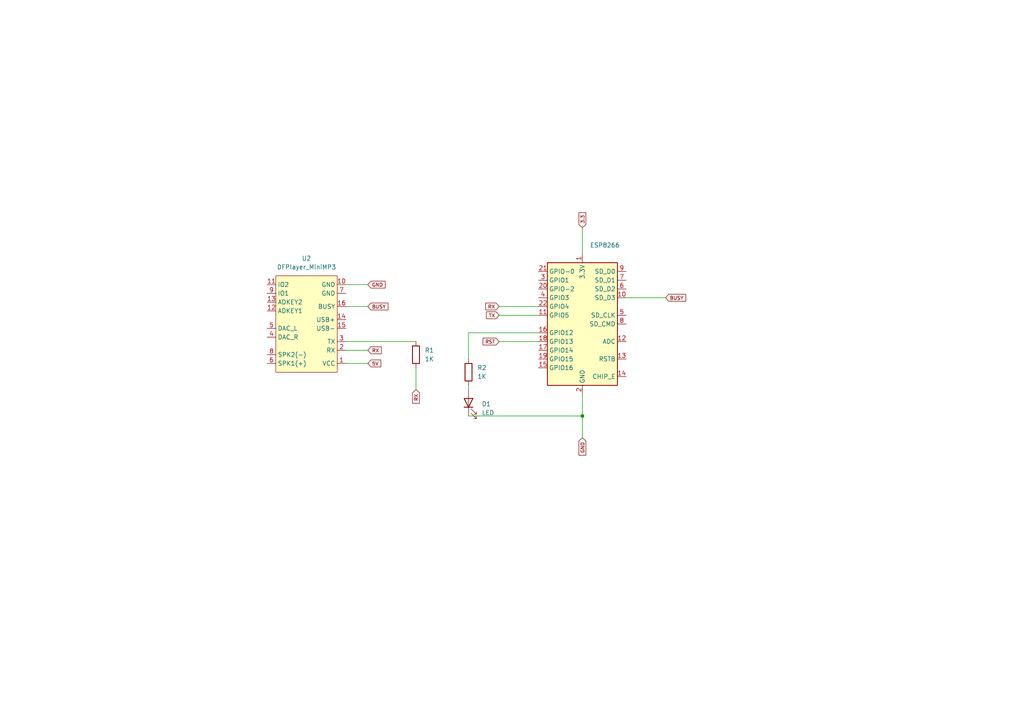
<source format=kicad_sch>
(kicad_sch (version 20231120) (generator "eeschema") (generator_version "8.0")
  (paper "A4")
  (lib_symbols
    (symbol "Device:LED" (pin_numbers hide) (pin_names (offset 1.016) hide)
      (property "Reference" "D" (at 0 2.54 0))
      (property "Value" "LED" (at 0 -2.54 0))
      (symbol "LED_0_1"
        (polyline (pts (xy -1.27 -1.27) (xy -1.27 1.27)) (stroke (width 0.254)))
        (polyline (pts (xy -1.27 0) (xy 1.27 0)))
        (polyline (pts (xy 1.27 -1.27) (xy 1.27 1.27) (xy -1.27 0) (xy 1.27 -1.27)) (stroke (width 0.254)))
        (polyline (pts (xy -3.048 -0.762) (xy -4.572 -2.286) (xy -3.81 -2.286) (xy -4.572 -2.286) (xy -4.572 -1.524)))
        (polyline (pts (xy -1.778 -0.762) (xy -3.302 -2.286) (xy -2.54 -2.286) (xy -3.302 -2.286) (xy -3.302 -1.524)))
      )
      (symbol "LED_1_1"
        (pin passive line (at -3.81 0 0) (length 2.54) (name "K") (number "1"))
        (pin passive line (at 3.81 0 180) (length 2.54) (name "A") (number "2"))
      )
    )
    (symbol "Device:R" (pin_numbers hide) (pin_names (offset 0))
      (property "Reference" "R" (at 2.032 0 90))
      (property "Value" "R" (at 0 0 90))
      (symbol "R_0_1"
        (rectangle (start -1.016 -2.54) (end 1.016 2.54) (stroke (width 0.254)))
      )
      (symbol "R_1_1"
        (pin passive line (at 0 3.81 270) (length 1.27) (name "~") (number "1"))
        (pin passive line (at 0 -3.81 90) (length 1.27) (name "~") (number "2"))
      )
    )
    (symbol "MCE-Modulos:DFPlayer_MiniMP3"
      (property "Reference" "U" (at -7.62 15.24 0))
      (property "Value" "DFPlayer_MiniMP3" (at 0 -15.24 0))
      (symbol "DFPlayer_MiniMP3_1_1"
        (rectangle (start -8.89 13.97) (end 8.89 -13.97) (fill (type background)))
        (pin power_in line (at -11.43 11.43 0) (length 2.54) (name "VCC") (number "1"))
        (pin power_in line (at -11.43 -11.43 0) (length 2.54) (name "GND") (number "10"))
        (pin input line (at 11.43 -11.43 180) (length 2.54) (name "IO2") (number "11"))
        (pin input line (at 11.43 -3.81 180) (length 2.54) (name "ADKEY1") (number "12"))
        (pin input line (at 11.43 -6.35 180) (length 2.54) (name "ADKEY2") (number "13"))
        (pin input line (at -11.43 -1.27 0) (length 2.54) (name "USB+") (number "14"))
        (pin input line (at -11.43 1.27 0) (length 2.54) (name "USB-") (number "15"))
        (pin output line (at -11.43 -5.08 0) (length 2.54) (name "BUSY") (number "16"))
        (pin input line (at -11.43 7.62 0) (length 2.54) (name "RX") (number "2"))
        (pin output line (at -11.43 5.08 0) (length 2.54) (name "TX") (number "3"))
        (pin output line (at 11.43 3.81 180) (length 2.54) (name "DAC_R") (number "4"))
        (pin output line (at 11.43 1.27 180) (length 2.54) (name "DAC_L") (number "5"))
        (pin output line (at 11.43 11.43 180) (length 2.54) (name "SPK1(+)") (number "6"))
        (pin power_in line (at -11.43 -8.89 0) (length 2.54) (name "GND") (number "7"))
        (pin output line (at 11.43 8.89 180) (length 2.54) (name "SPK2(-)") (number "8"))
        (pin input line (at 11.43 -8.89 180) (length 2.54) (name "IO1") (number "9"))
      )
    )
    (symbol "MCU_Module:Olimex_MOD-WIFI-ESP8266-DEV"
      (property "Reference" "U" (at 1.27 21.59 0))
      (property "Value" "Olimex_MOD-WIFI-ESP8266-DEV" (at 1.27 19.05 0))
      (symbol "Olimex_MOD-WIFI-ESP8266-DEV_0_1"
        (rectangle (start -10.16 17.78) (end 10.16 -17.78) (stroke (width 0.254)) (fill (type background)))
      )
      (symbol "Olimex_MOD-WIFI-ESP8266-DEV_1_1"
        (pin power_in line (at 0 20.32 270) (length 2.54) (name "3.3V") (number "1"))
        (pin unspecified line (at 12.7 7.62 180) (length 2.54) (name "SD_D3") (number "10"))
        (pin bidirectional line (at -12.7 2.54 0) (length 2.54) (name "GPIO5") (number "11"))
        (pin unspecified line (at 12.7 -5.08 180) (length 2.54) (name "ADC") (number "12"))
        (pin input line (at 12.7 -10.16 180) (length 2.54) (name "RSTB") (number "13"))
        (pin unspecified line (at 12.7 -15.24 180) (length 2.54) (name "CHIP_E") (number "14"))
        (pin bidirectional line (at -12.7 -12.7 0) (length 2.54) (name "GPIO16") (number "15"))
        (pin bidirectional line (at -12.7 -2.54 0) (length 2.54) (name "GPIO12") (number "16"))
        (pin bidirectional line (at -12.7 -7.62 0) (length 2.54) (name "GPIO14") (number "17"))
        (pin bidirectional line (at -12.7 -5.08 0) (length 2.54) (name "GPIO13") (number "18"))
        (pin bidirectional line (at -12.7 -10.16 0) (length 2.54) (name "GPIO15") (number "19"))
        (pin power_in line (at 0 -20.32 90) (length 2.54) (name "GND") (number "2"))
        (pin bidirectional line (at -12.7 10.16 0) (length 2.54) (name "GPIO-2") (number "20"))
        (pin bidirectional line (at -12.7 15.24 0) (length 2.54) (name "GPIO-0") (number "21"))
        (pin bidirectional line (at -12.7 5.08 0) (length 2.54) (name "GPIO4") (number "22"))
        (pin bidirectional line (at -12.7 12.7 0) (length 2.54) (name "GPIO1") (number "3"))
        (pin bidirectional line (at -12.7 7.62 0) (length 2.54) (name "GPIO3") (number "4"))
        (pin unspecified line (at 12.7 2.54 180) (length 2.54) (name "SD_CLK") (number "5"))
        (pin unspecified line (at 12.7 10.16 180) (length 2.54) (name "SD_D2") (number "6"))
        (pin unspecified line (at 12.7 12.7 180) (length 2.54) (name "SD_D1") (number "7"))
        (pin unspecified line (at 12.7 0 180) (length 2.54) (name "SD_CMD") (number "8"))
        (pin unspecified line (at 12.7 15.24 180) (length 2.54) (name "SD_D0") (number "9"))
      )
    )
  )
  (junction (at 168.91 120.65))
  (wire (pts (xy 100.33 105.41) (xy 106.68 105.41)))
  (wire (pts (xy 100.33 82.55) (xy 106.68 82.55)))
  (wire (pts (xy 168.91 120.65) (xy 168.91 127)))
  (wire (pts (xy 135.89 96.52) (xy 135.89 104.14)))
  (wire (pts (xy 100.33 99.06) (xy 120.65 99.06)))
  (wire (pts (xy 100.33 101.6) (xy 106.68 101.6)))
  (wire (pts (xy 168.91 66.04) (xy 168.91 73.66)))
  (wire (pts (xy 135.89 111.76) (xy 135.89 113.03)))
  (wire (pts (xy 120.65 106.68) (xy 120.65 113.03)))
  (wire (pts (xy 181.61 86.36) (xy 193.04 86.36)))
  (wire (pts (xy 144.78 91.44) (xy 156.21 91.44)))
  (wire (pts (xy 135.89 96.52) (xy 156.21 96.52)))
  (wire (pts (xy 168.91 114.3) (xy 168.91 120.65)))
  (wire (pts (xy 135.89 120.65) (xy 168.91 120.65)))
  (wire (pts (xy 144.78 99.06) (xy 156.21 99.06)))
  (wire (pts (xy 100.33 88.9) (xy 106.68 88.9)))
  (wire (pts (xy 144.78 88.9) (xy 156.21 88.9)))
  (global_label "GND" (shape input) (at 106.68 82.55 0) (effects (font (size 1.016 1.016))) (property "Intersheetrefs" "${INTERSHEET_REFS}" (effects (hide yes))))
  (global_label "RX" (shape input) (at 106.68 101.6 0) (effects (font (size 1.016 1.016))) (property "Intersheetrefs" "${INTERSHEET_REFS}" (effects (hide yes))))
  (global_label "BUSY" (shape input) (at 193.04 86.36 0) (effects (font (size 1.016 1.016))) (property "Intersheetrefs" "${INTERSHEET_REFS}" (effects (hide yes))))
  (global_label "RST" (shape input) (at 144.78 99.06 180) (effects (font (size 1.016 1.016))) (property "Intersheetrefs" "${INTERSHEET_REFS}" (effects (hide yes))))
  (global_label "BUSY" (shape input) (at 106.68 88.9 0) (effects (font (size 1.016 1.016))) (property "Intersheetrefs" "${INTERSHEET_REFS}" (effects (hide yes))))
  (global_label "RX" (shape input) (at 120.65 113.03 270) (effects (font (size 1.016 1.016))) (property "Intersheetrefs" "${INTERSHEET_REFS}" (effects (hide yes))))
  (global_label "TX" (shape input) (at 144.78 91.44 180) (effects (font (size 1.016 1.016))) (property "Intersheetrefs" "${INTERSHEET_REFS}" (effects (hide yes))))
  (global_label "5V" (shape input) (at 106.68 105.41 0) (effects (font (size 1.016 1.016))) (property "Intersheetrefs" "${INTERSHEET_REFS}" (effects (hide yes))))
  (global_label "GND" (shape input) (at 168.91 127 270) (effects (font (size 1.016 1.016))) (property "Intersheetrefs" "${INTERSHEET_REFS}" (effects (hide yes))))
  (global_label "3.3" (shape input) (at 168.91 66.04 90) (effects (font (size 1.016 1.016))) (property "Intersheetrefs" "${INTERSHEET_REFS}" (effects (hide yes))))
  (global_label "RX" (shape input) (at 144.78 88.9 180) (effects (font (size 1.016 1.016))) (property "Intersheetrefs" "${INTERSHEET_REFS}" (effects (hide yes))))
  (symbol (lib_id "MCE-Modulos:DFPlayer_MiniMP3") (at 88.9 93.98 180) (unit 1)
    (property "Reference" "U2" (at 88.9 74.93 0))
    (property "Value" "DFPlayer_MiniMP3" (at 88.9 77.47 0))
    (property "Footprint" "MCE_Modulos:DFPlayer_MiniMP3" (effects (hide yes)))
  )
  (symbol (lib_id "Device:R") (at 120.65 102.87 180) (unit 1)
    (property "Reference" "R1" (at 123.19 101.5999 0) (effects (justify right)))
    (property "Value" "1K" (at 123.19 104.1399 0) (effects (justify right)))
    (property "Description" "Resistor" (effects (hide yes)))
  )
  (symbol (lib_id "MCU_Module:Olimex_MOD-WIFI-ESP8266-DEV") (at 168.91 93.98 0) (unit 1)
    (property "Reference" "ESP8266" (at 171.1041 71.12 0) (effects (justify left)))
    (property "Value" "Olimex_MOD-WIFI-ESP8266-DEV" (effects (hide yes)))
    (property "Footprint" "Module:Olimex_MOD-WIFI-ESP8266-DEV" (effects (hide yes)))
    (property "Datasheet" "https://raw.githubusercontent.com/OLIMEX/ESP8266/master/HARDWARE/MOD-WIFI-ESP8266-DEV/MOD-WiFi-ESP8266-DEV%20revision%20B2/MOD-WiFi-ESP8266-DEV_Rev_B2.pdf" (effects (hide yes)))
    (property "Description" "ESP8266 development board" (effects (hide yes)))
  )
  (symbol (lib_id "Device:R") (at 135.89 107.95 0) (unit 1)
    (property "Reference" "R2" (at 138.43 106.6799 0) (effects (justify left)))
    (property "Value" "1K" (at 138.43 109.2199 0) (effects (justify left)))
    (property "Description" "Resistor" (effects (hide yes)))
  )
  (symbol (lib_id "Device:LED") (at 135.89 116.84 90) (unit 1)
    (property "Reference" "D1" (at 139.7 117.1574 90) (effects (justify right)))
    (property "Value" "LED" (at 139.7 119.6974 90) (effects (justify right)))
    (property "Description" "Light emitting diode" (effects (hide yes)))
  )
)
</source>
